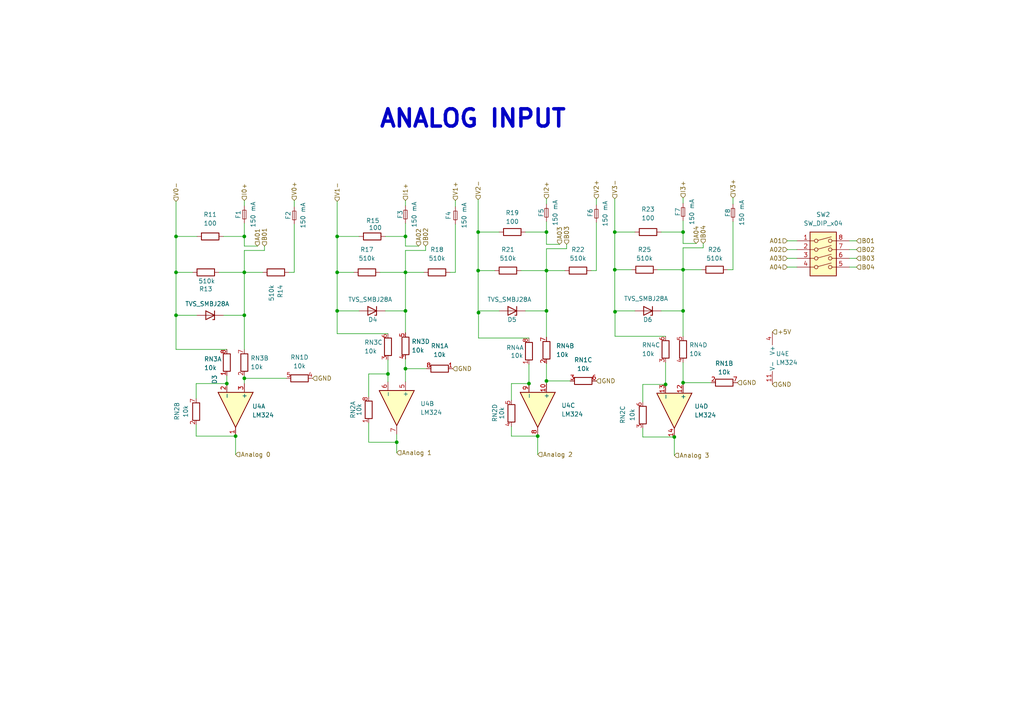
<source format=kicad_sch>
(kicad_sch (version 20231120) (generator "eeschema") (generator_version "8.0")
  (paper "A4")
  (title_block (title "IoT Node") (date "2026-01-28") (rev "V3") (company "PT. MEDION FARMA JAYA") (comment 1 "DESAIN @DMSRAGAA") (comment 2 "INSTITUT TEKNOLOGI SEPULUH NOPEMBER"))
  (lib_symbols
    (symbol "Amplifier_Operational:LM324" (pin_names (offset 0.127))
      (property "Reference" "U" (at 0 5.08 0))
      (property "Value" "LM324" (at 0 -5.08 0))
      (symbol "LM324_1_1"
        (polyline (pts (xy -5.08 5.08) (xy 5.08 0) (xy -5.08 -5.08) (xy -5.08 5.08)) (stroke (width 0.254)) (fill (type background)))
        (pin output line (at 7.62 0 180) (length 2.54) (name "~") (number "1"))
        (pin input line (at -7.62 -2.54 0) (length 2.54) (name "-") (number "2"))
        (pin input line (at -7.62 2.54 0) (length 2.54) (name "+") (number "3"))
      )
      (symbol "LM324_2_1"
        (polyline (pts (xy -5.08 5.08) (xy 5.08 0) (xy -5.08 -5.08) (xy -5.08 5.08)) (stroke (width 0.254)) (fill (type background)))
        (pin input line (at -7.62 2.54 0) (length 2.54) (name "+") (number "5"))
        (pin input line (at -7.62 -2.54 0) (length 2.54) (name "-") (number "6"))
        (pin output line (at 7.62 0 180) (length 2.54) (name "~") (number "7"))
      )
      (symbol "LM324_3_1"
        (polyline (pts (xy -5.08 5.08) (xy 5.08 0) (xy -5.08 -5.08) (xy -5.08 5.08)) (stroke (width 0.254)) (fill (type background)))
        (pin input line (at -7.62 2.54 0) (length 2.54) (name "+") (number "10"))
        (pin output line (at 7.62 0 180) (length 2.54) (name "~") (number "8"))
        (pin input line (at -7.62 -2.54 0) (length 2.54) (name "-") (number "9"))
      )
      (symbol "LM324_4_1"
        (polyline (pts (xy -5.08 5.08) (xy 5.08 0) (xy -5.08 -5.08) (xy -5.08 5.08)) (stroke (width 0.254)) (fill (type background)))
        (pin input line (at -7.62 2.54 0) (length 2.54) (name "+") (number "12"))
        (pin input line (at -7.62 -2.54 0) (length 2.54) (name "-") (number "13"))
        (pin output line (at 7.62 0 180) (length 2.54) (name "~") (number "14"))
      )
      (symbol "LM324_5_1"
        (pin power_in line (at -2.54 -7.62 90) (length 3.81) (name "V-") (number "11"))
        (pin power_in line (at -2.54 7.62 270) (length 3.81) (name "V+") (number "4"))
      )
    )
    (symbol "Device:D_Zener" (pin_numbers hide) (pin_names (offset 1.016) hide)
      (property "Reference" "D" (at 0 2.54 0))
      (property "Value" "D_Zener" (at 0 -2.54 0))
      (symbol "D_Zener_0_1"
        (polyline (pts (xy 1.27 0) (xy -1.27 0)))
        (polyline (pts (xy -1.27 -1.27) (xy -1.27 1.27) (xy -0.762 1.27)) (stroke (width 0.254)))
        (polyline (pts (xy 1.27 -1.27) (xy 1.27 1.27) (xy -1.27 0) (xy 1.27 -1.27)) (stroke (width 0.254)))
      )
      (symbol "D_Zener_1_1"
        (pin passive line (at -3.81 0 0) (length 2.54) (name "K") (number "1"))
        (pin passive line (at 3.81 0 180) (length 2.54) (name "A") (number "2"))
      )
    )
    (symbol "Device:Fuse_Small" (pin_numbers hide) (pin_names (offset 0.254) hide)
      (property "Reference" "F" (at 0 -1.524 0))
      (property "Value" "Fuse_Small" (at 0 1.524 0))
      (symbol "Fuse_Small_0_1"
        (rectangle (start -1.27 0.508) (end 1.27 -0.508))
        (polyline (pts (xy -1.27 0) (xy 1.27 0)))
      )
      (symbol "Fuse_Small_1_1"
        (pin passive line (at -2.54 0 0) (length 1.27) (name "~") (number "1"))
        (pin passive line (at 2.54 0 180) (length 1.27) (name "~") (number "2"))
      )
    )
    (symbol "Device:R" (pin_numbers hide) (pin_names (offset 0))
      (property "Reference" "R" (at 2.032 0 90))
      (property "Value" "R" (at 0 0 90))
      (symbol "R_0_1"
        (rectangle (start -1.016 -2.54) (end 1.016 2.54) (stroke (width 0.254)))
      )
      (symbol "R_1_1"
        (pin passive line (at 0 3.81 270) (length 1.27) (name "~") (number "1"))
        (pin passive line (at 0 -3.81 90) (length 1.27) (name "~") (number "2"))
      )
    )
    (symbol "Device:R_Pack04_Split" (pin_names (offset 0) hide)
      (property "Reference" "RN" (at 2.032 0 90))
      (property "Value" "R_Pack04_Split" (at 0 0 90))
      (symbol "R_Pack04_Split_0_1"
        (rectangle (start 1.016 2.54) (end -1.016 -2.54) (stroke (width 0.254)))
      )
      (symbol "R_Pack04_Split_1_1"
        (pin passive line (at 0 -3.81 90) (length 1.27) (name "R1.1") (number "1"))
        (pin passive line (at 0 3.81 270) (length 1.27) (name "R1.2") (number "8"))
      )
      (symbol "R_Pack04_Split_2_1"
        (pin passive line (at 0 -3.81 90) (length 1.27) (name "R2.1") (number "2"))
        (pin passive line (at 0 3.81 270) (length 1.27) (name "R2.2") (number "7"))
      )
      (symbol "R_Pack04_Split_3_1"
        (pin passive line (at 0 -3.81 90) (length 1.27) (name "R3.1") (number "3"))
        (pin passive line (at 0 3.81 270) (length 1.27) (name "R3.2") (number "6"))
      )
      (symbol "R_Pack04_Split_4_1"
        (pin passive line (at 0 -3.81 90) (length 1.27) (name "R4.1") (number "4"))
        (pin passive line (at 0 3.81 270) (length 1.27) (name "R4.2") (number "5"))
      )
    )
    (symbol "Switch:SW_DIP_x04" (pin_names (offset 0) hide)
      (property "Reference" "SW" (at 0 8.89 0))
      (property "Value" "SW_DIP_x04" (at 0 -6.35 0))
      (symbol "SW_DIP_x04_0_0"
        (circle (center -2.032 -2.54) (radius 0.508))
        (circle (center -2.032 0) (radius 0.508))
        (circle (center -2.032 2.54) (radius 0.508))
        (circle (center -2.032 5.08) (radius 0.508))
        (polyline (pts (xy -1.524 -2.3876) (xy 2.3622 -1.3462)))
        (polyline (pts (xy -1.524 0.127) (xy 2.3622 1.1684)))
        (polyline (pts (xy -1.524 2.667) (xy 2.3622 3.7084)))
        (polyline (pts (xy -1.524 5.207) (xy 2.3622 6.2484)))
        (circle (center 2.032 -2.54) (radius 0.508))
        (circle (center 2.032 0) (radius 0.508))
        (circle (center 2.032 2.54) (radius 0.508))
        (circle (center 2.032 5.08) (radius 0.508))
      )
      (symbol "SW_DIP_x04_0_1"
        (rectangle (start -3.81 7.62) (end 3.81 -5.08) (stroke (width 0.254)) (fill (type background)))
      )
      (symbol "SW_DIP_x04_1_1"
        (pin passive line (at -7.62 5.08 0) (length 5.08) (name "~") (number "1"))
        (pin passive line (at -7.62 2.54 0) (length 5.08) (name "~") (number "2"))
        (pin passive line (at -7.62 0 0) (length 5.08) (name "~") (number "3"))
        (pin passive line (at -7.62 -2.54 0) (length 5.08) (name "~") (number "4"))
        (pin passive line (at 7.62 -2.54 180) (length 5.08) (name "~") (number "5"))
        (pin passive line (at 7.62 0 180) (length 5.08) (name "~") (number "6"))
        (pin passive line (at 7.62 2.54 180) (length 5.08) (name "~") (number "7"))
        (pin passive line (at 7.62 5.08 180) (length 5.08) (name "~") (number "8"))
      )
    )
  )
  (junction (at 158.496 90.17))
  (junction (at 51.054 68.58))
  (junction (at 198.12 90.17))
  (junction (at 97.79 68.58))
  (junction (at 155.956 126.492))
  (junction (at 117.602 68.58))
  (junction (at 117.602 106.934))
  (junction (at 117.602 90.17))
  (junction (at 158.496 67.31))
  (junction (at 198.12 110.998))
  (junction (at 51.054 91.44))
  (junction (at 51.054 78.994))
  (junction (at 198.12 78.232))
  (junction (at 158.496 110.49))
  (junction (at 97.79 90.17))
  (junction (at 138.684 78.486))
  (junction (at 65.786 111.252))
  (junction (at 153.416 111.252))
  (junction (at 195.58 126.746))
  (junction (at 70.866 109.728))
  (junction (at 97.79 78.994))
  (junction (at 115.062 128.27))
  (junction (at 70.866 78.994))
  (junction (at 68.326 126.492))
  (junction (at 193.04 111.506))
  (junction (at 112.522 108.458))
  (junction (at 138.7878 90.678))
  (junction (at 158.496 78.486))
  (junction (at 178.308 78.232))
  (junction (at 198.12 67.31))
  (junction (at 70.866 91.44))
  (junction (at 70.866 68.58))
  (junction (at 138.684 67.31))
  (junction (at 178.308 67.31))
  (junction (at 117.602 78.994))
  (junction (at 178.3817 90.424))
  (wire (pts (xy 191.77 67.31) (xy 198.12 67.31)))
  (wire (pts (xy 195.58 126.746) (xy 195.58 132.08)))
  (wire (pts (xy 178.3817 90.17) (xy 178.3817 90.424)))
  (wire (pts (xy 212.598 57.404) (xy 212.598 59.182)))
  (wire (pts (xy 178.3817 97.536) (xy 178.3817 90.424)))
  (wire (pts (xy 158.496 105.41) (xy 158.496 110.49)))
  (wire (pts (xy 158.496 67.31) (xy 158.496 70.866)))
  (wire (pts (xy 248.412 77.47) (xy 246.38 77.47)))
  (wire (pts (xy 164.338 70.866) (xy 164.338 72.136)))
  (wire (pts (xy 148.336 111.252) (xy 153.416 111.252)))
  (wire (pts (xy 97.79 90.17) (xy 97.79 78.994)))
  (wire (pts (xy 212.598 64.262) (xy 212.598 78.232)))
  (wire (pts (xy 138.684 90.678) (xy 138.684 78.486)))
  (wire (pts (xy 121.412 71.374) (xy 117.602 71.374)))
  (wire (pts (xy 143.51 78.486) (xy 138.684 78.486)))
  (wire (pts (xy 198.12 67.31) (xy 198.12 70.612)))
  (wire (pts (xy 158.496 57.658) (xy 158.496 59.182)))
  (wire (pts (xy 51.054 58.42) (xy 51.054 68.58)))
  (wire (pts (xy 76.708 72.644) (xy 70.866 72.644)))
  (wire (pts (xy 158.496 90.17) (xy 158.496 97.79)))
  (wire (pts (xy 158.496 111.252) (xy 158.496 110.49)))
  (wire (pts (xy 186.436 116.586) (xy 186.436 111.506)))
  (wire (pts (xy 117.602 72.644) (xy 117.602 78.994)))
  (wire (pts (xy 138.7878 90.17) (xy 138.7878 90.678)))
  (wire (pts (xy 198.12 67.31) (xy 198.12 64.008)))
  (wire (pts (xy 155.956 126.492) (xy 155.956 131.826)))
  (wire (pts (xy 97.79 90.17) (xy 97.79 96.774)))
  (wire (pts (xy 158.496 72.136) (xy 158.496 78.486)))
  (wire (pts (xy 228.346 74.93) (xy 231.14 74.93)))
  (wire (pts (xy 56.896 115.57) (xy 56.896 111.252)))
  (wire (pts (xy 76.2 78.994) (xy 70.866 78.994)))
  (wire (pts (xy 85.344 78.994) (xy 83.82 78.994)))
  (wire (pts (xy 51.054 101.346) (xy 51.054 91.44)))
  (wire (pts (xy 123.444 72.644) (xy 117.602 72.644)))
  (wire (pts (xy 153.416 105.664) (xy 153.416 111.252)))
  (wire (pts (xy 57.15 91.44) (xy 51.054 91.44)))
  (wire (pts (xy 117.602 58.166) (xy 117.602 59.69)))
  (wire (pts (xy 178.3817 90.424) (xy 178.308 90.424)))
  (wire (pts (xy 198.12 110.998) (xy 206.248 110.998)))
  (wire (pts (xy 123.444 71.374) (xy 123.444 72.644)))
  (wire (pts (xy 65.786 101.346) (xy 51.054 101.346)))
  (wire (pts (xy 85.344 65.024) (xy 85.344 78.994)))
  (wire (pts (xy 164.338 72.136) (xy 158.496 72.136)))
  (wire (pts (xy 64.77 68.58) (xy 70.866 68.58)))
  (wire (pts (xy 117.602 78.994) (xy 117.602 90.17)))
  (wire (pts (xy 132.08 65.024) (xy 132.08 78.994)))
  (wire (pts (xy 138.684 67.31) (xy 138.684 78.486)))
  (wire (pts (xy 132.08 58.166) (xy 132.08 59.944)))
  (wire (pts (xy 111.76 68.58) (xy 117.602 68.58)))
  (wire (pts (xy 70.866 78.994) (xy 63.5 78.994)))
  (wire (pts (xy 83.058 109.728) (xy 70.866 109.728)))
  (wire (pts (xy 132.08 78.994) (xy 130.556 78.994)))
  (wire (pts (xy 51.054 68.58) (xy 51.054 78.994)))
  (wire (pts (xy 201.93 70.612) (xy 198.12 70.612)))
  (wire (pts (xy 112.522 110.744) (xy 112.522 108.458)))
  (wire (pts (xy 123.698 106.934) (xy 117.602 106.934)))
  (wire (pts (xy 122.936 78.994) (xy 117.602 78.994)))
  (wire (pts (xy 70.866 91.44) (xy 70.866 101.346)))
  (wire (pts (xy 193.04 97.536) (xy 178.3817 97.536)))
  (wire (pts (xy 144.78 90.17) (xy 138.7878 90.17)))
  (wire (pts (xy 112.522 104.394) (xy 112.522 108.458)))
  (wire (pts (xy 203.962 71.882) (xy 198.12 71.882)))
  (wire (pts (xy 248.412 74.93) (xy 246.38 74.93)))
  (wire (pts (xy 158.496 67.31) (xy 158.496 64.262)))
  (wire (pts (xy 70.866 108.966) (xy 70.866 109.728)))
  (wire (pts (xy 184.15 67.31) (xy 178.308 67.31)))
  (wire (pts (xy 212.598 78.232) (xy 211.074 78.232)))
  (wire (pts (xy 248.412 69.85) (xy 246.38 69.85)))
  (wire (pts (xy 57.15 68.58) (xy 51.054 68.58)))
  (wire (pts (xy 172.974 64.516) (xy 172.974 78.486)))
  (wire (pts (xy 56.896 111.252) (xy 65.786 111.252)))
  (wire (pts (xy 198.12 78.232) (xy 190.754 78.232)))
  (wire (pts (xy 228.346 72.39) (xy 231.14 72.39)))
  (wire (pts (xy 158.496 67.31) (xy 152.4 67.31)))
  (wire (pts (xy 198.12 78.232) (xy 198.12 90.17)))
  (wire (pts (xy 198.12 111.506) (xy 198.12 110.998)))
  (wire (pts (xy 172.974 57.658) (xy 172.974 59.436)))
  (wire (pts (xy 106.934 108.458) (xy 106.934 115.062)))
  (wire (pts (xy 56.896 126.492) (xy 68.326 126.492)))
  (wire (pts (xy 70.866 91.44) (xy 64.77 91.44)))
  (wire (pts (xy 97.79 58.42) (xy 97.79 68.58)))
  (wire (pts (xy 228.346 77.47) (xy 231.14 77.47)))
  (wire (pts (xy 138.7878 90.678) (xy 138.684 90.678)))
  (wire (pts (xy 178.308 57.658) (xy 178.308 67.31)))
  (wire (pts (xy 178.308 67.31) (xy 178.308 78.232)))
  (wire (pts (xy 70.866 64.77) (xy 70.866 68.58)))
  (wire (pts (xy 198.12 57.404) (xy 198.12 58.928)))
  (wire (pts (xy 148.336 123.698) (xy 148.336 126.492)))
  (wire (pts (xy 198.12 90.17) (xy 198.12 97.536)))
  (wire (pts (xy 148.336 116.078) (xy 148.336 111.252)))
  (wire (pts (xy 203.454 78.232) (xy 198.12 78.232)))
  (wire (pts (xy 117.602 104.14) (xy 117.602 106.934)))
  (wire (pts (xy 138.684 57.912) (xy 138.684 67.31)))
  (wire (pts (xy 51.054 78.994) (xy 51.054 91.44)))
  (wire (pts (xy 178.308 90.424) (xy 178.308 78.232)))
  (wire (pts (xy 55.88 78.994) (xy 51.054 78.994)))
  (wire (pts (xy 70.866 78.994) (xy 70.866 91.44)))
  (wire (pts (xy 106.934 122.682) (xy 106.934 128.27)))
  (wire (pts (xy 97.79 68.58) (xy 97.79 78.994)))
  (wire (pts (xy 183.134 78.232) (xy 178.308 78.232)))
  (wire (pts (xy 153.416 98.044) (xy 138.7878 98.044)))
  (wire (pts (xy 70.866 72.644) (xy 70.866 78.994)))
  (wire (pts (xy 117.602 68.58) (xy 117.602 71.374)))
  (wire (pts (xy 198.12 71.882) (xy 198.12 78.232)))
  (wire (pts (xy 191.77 90.17) (xy 198.12 90.17)))
  (wire (pts (xy 186.436 111.506) (xy 193.04 111.506)))
  (wire (pts (xy 56.896 123.19) (xy 56.896 126.492)))
  (wire (pts (xy 138.7878 98.044) (xy 138.7878 90.678)))
  (wire (pts (xy 186.436 126.746) (xy 195.58 126.746)))
  (wire (pts (xy 162.306 70.866) (xy 158.496 70.866)))
  (wire (pts (xy 65.786 108.966) (xy 65.786 111.252)))
  (wire (pts (xy 115.062 128.27) (xy 115.062 131.318)))
  (wire (pts (xy 85.344 58.166) (xy 85.344 59.944)))
  (wire (pts (xy 144.78 67.31) (xy 138.684 67.31)))
  (wire (pts (xy 172.974 78.486) (xy 171.45 78.486)))
  (wire (pts (xy 70.866 58.166) (xy 70.866 59.69)))
  (wire (pts (xy 184.15 90.17) (xy 178.3817 90.17)))
  (wire (pts (xy 74.676 71.374) (xy 70.866 71.374)))
  (wire (pts (xy 158.496 110.49) (xy 165.354 110.49)))
  (wire (pts (xy 112.522 96.774) (xy 97.79 96.774)))
  (wire (pts (xy 148.336 126.492) (xy 155.956 126.492)))
  (wire (pts (xy 76.708 71.374) (xy 76.708 72.644)))
  (wire (pts (xy 163.83 78.486) (xy 158.496 78.486)))
  (wire (pts (xy 158.496 78.486) (xy 158.496 90.17)))
  (wire (pts (xy 117.602 90.17) (xy 117.602 96.52)))
  (wire (pts (xy 248.412 72.39) (xy 246.38 72.39)))
  (wire (pts (xy 112.522 108.458) (xy 106.934 108.458)))
  (wire (pts (xy 228.346 69.85) (xy 231.14 69.85)))
  (wire (pts (xy 68.326 126.492) (xy 68.326 131.826)))
  (wire (pts (xy 70.866 68.58) (xy 70.866 71.374)))
  (wire (pts (xy 117.602 106.934) (xy 117.602 110.744)))
  (wire (pts (xy 117.602 78.994) (xy 110.236 78.994)))
  (wire (pts (xy 106.934 128.27) (xy 115.062 128.27)))
  (wire (pts (xy 70.866 109.728) (xy 70.866 111.252)))
  (wire (pts (xy 203.962 70.612) (xy 203.962 71.882)))
  (wire (pts (xy 117.602 90.17) (xy 111.76 90.17)))
  (wire (pts (xy 158.496 90.17) (xy 152.4 90.17)))
  (wire (pts (xy 193.04 105.156) (xy 193.04 111.506)))
  (wire (pts (xy 115.062 128.27) (xy 115.062 125.984)))
  (wire (pts (xy 117.602 64.77) (xy 117.602 68.58)))
  (wire (pts (xy 104.14 68.58) (xy 97.79 68.58)))
  (wire (pts (xy 102.616 78.994) (xy 97.79 78.994)))
  (wire (pts (xy 104.14 90.17) (xy 97.79 90.17)))
  (wire (pts (xy 186.436 124.206) (xy 186.436 126.746)))
  (wire (pts (xy 158.496 78.486) (xy 151.13 78.486)))
  (wire (pts (xy 198.12 105.156) (xy 198.12 110.998)))
  (text "ANALOG INPUT" (at 137.16 34.544 0) (effects (font (size 5 5) (thickness 1) (bold yes))))
  (hierarchical_label "V3+" (shape input) (at 212.598 57.404 90))
  (hierarchical_label "B02" (shape input) (at 123.444 71.374 90))
  (hierarchical_label "A01" (shape input) (at 74.676 71.374 90))
  (hierarchical_label "B01" (shape input) (at 76.708 71.374 90))
  (hierarchical_label "A04" (shape input) (at 201.93 70.612 90))
  (hierarchical_label "B04" (shape input) (at 203.962 70.612 90))
  (hierarchical_label "A02" (shape input) (at 121.412 71.374 90))
  (hierarchical_label "A04" (shape input) (at 228.346 77.47 180))
  (hierarchical_label "GND" (shape input) (at 131.318 106.934 0))
  (hierarchical_label "GND" (shape input) (at 213.868 110.998 0))
  (hierarchical_label "V1-" (shape input) (at 97.79 58.42 90))
  (hierarchical_label "GND" (shape input) (at 90.678 109.728 0))
  (hierarchical_label "I2+" (shape input) (at 158.496 57.658 90))
  (hierarchical_label "Analog 3" (shape input) (at 195.58 132.08 0))
  (hierarchical_label "GND" (shape input) (at 224.028 111.506 0))
  (hierarchical_label "B01" (shape input) (at 248.412 69.85 0))
  (hierarchical_label "I0+" (shape input) (at 70.866 58.166 90))
  (hierarchical_label "V0-" (shape input) (at 51.054 58.42 90))
  (hierarchical_label "+5V" (shape input) (at 224.028 96.266 0))
  (hierarchical_label "B03" (shape input) (at 248.412 74.93 0))
  (hierarchical_label "V3-" (shape input) (at 178.308 57.658 90))
  (hierarchical_label "A03" (shape input) (at 228.346 74.93 180))
  (hierarchical_label "B04" (shape input) (at 248.412 77.47 0))
  (hierarchical_label "A02" (shape input) (at 228.346 72.39 180))
  (hierarchical_label "I1+" (shape input) (at 117.602 58.166 90))
  (hierarchical_label "Analog 0" (shape input) (at 68.326 131.826 0))
  (hierarchical_label "V1+" (shape input) (at 132.08 58.166 90))
  (hierarchical_label "B03" (shape input) (at 164.338 70.866 90))
  (hierarchical_label "V2+" (shape input) (at 172.974 57.658 90))
  (hierarchical_label "A03" (shape input) (at 162.306 70.866 90))
  (hierarchical_label "V0+" (shape input) (at 85.344 58.166 90))
  (hierarchical_label "V2-" (shape input) (at 138.684 57.912 90))
  (hierarchical_label "Analog 2" (shape input) (at 155.956 131.826 0))
  (hierarchical_label "B02" (shape input) (at 248.412 72.39 0))
  (hierarchical_label "I3+" (shape input) (at 198.12 57.404 90))
  (hierarchical_label "Analog 1" (shape input) (at 115.062 131.318 0))
  (hierarchical_label "GND" (shape input) (at 172.974 110.49 0))
  (hierarchical_label "A01" (shape input) (at 228.346 69.85 180))
  (symbol (lib_id "Device:R_Pack04_Split") (at 193.04 101.346 0) (unit 3)
    (property "Reference" "RN4" (at 186.182 100.076 0) (effects (justify left)))
    (property "Value" "10k" (at 186.182 102.616 0) (effects (justify left)))
    (property "Footprint" "Resistor_SMD:R_Array_Convex_4x0603" (effects (hide yes)))
    (property "Description" "4 resistor network, parallel topology, split" (effects (hide yes)))
  )
  (symbol (lib_id "Device:R_Pack04_Split") (at 158.496 101.6 0) (unit 2)
    (property "Reference" "RN4" (at 161.29 100.3299 0) (effects (justify left)))
    (property "Value" "10k" (at 161.29 102.8699 0) (effects (justify left)))
    (property "Footprint" "Resistor_SMD:R_Array_Convex_4x0603" (effects (hide yes)))
    (property "Description" "4 resistor network, parallel topology, split" (effects (hide yes)))
  )
  (symbol (lib_id "Device:R") (at 207.264 78.232 90) (unit 1)
    (property "Reference" "R26" (at 207.264 72.39 90))
    (property "Value" "510k" (at 207.264 74.93 90))
    (property "Footprint" "Resistor_SMD:R_0805_2012Metric_Pad1.20x1.40mm_HandSolder" (effects (hide yes)))
    (property "Description" "Resistor" (effects (hide yes)))
    (property "LCSC" "C17733" (effects (hide yes)))
  )
  (symbol (lib_id "Device:R") (at 167.64 78.486 90) (unit 1)
    (property "Reference" "R22" (at 167.64 72.39 90))
    (property "Value" "510k" (at 167.64 74.93 90))
    (property "Footprint" "Resistor_SMD:R_0805_2012Metric_Pad1.20x1.40mm_HandSolder" (effects (hide yes)))
    (property "Description" "Resistor" (effects (hide yes)))
    (property "LCSC" "C17733" (effects (hide yes)))
  )
  (symbol (lib_id "Device:R") (at 147.32 78.486 90) (unit 1)
    (property "Reference" "R21" (at 147.32 72.39 90))
    (property "Value" "510k" (at 147.32 74.93 90))
    (property "Footprint" "Resistor_SMD:R_0805_2012Metric_Pad1.20x1.40mm_HandSolder" (effects (hide yes)))
    (property "Description" "Resistor" (effects (hide yes)))
    (property "LCSC" "C17733" (effects (hide yes)))
  )
  (symbol (lib_id "Amplifier_Operational:LM324") (at 68.326 118.872 270) (unit 1)
    (property "Reference" "U4" (at 73.152 117.856 90) (effects (justify left)))
    (property "Value" "LM324" (at 73.152 120.396 90) (effects (justify left)))
    (property "Footprint" "PCM_JLCPCB:SOIC-14_L8.7-W3.9-P1.27-LS6.0-BL" (effects (hide yes)))
    (property "Datasheet" "http://www.ti.com/lit/ds/symlink/lm2902-n.pdf" (effects (hide yes)))
    (property "Description" "Low-Power, Quad-Operational Amplifiers, DIP-14/SOIC-14/SSOP-14" (effects (hide yes)))
    (property "LCSC" "C7943" (effects (hide yes)))
  )
  (symbol (lib_id "Device:R_Pack04_Split") (at 169.164 110.49 270) (unit 3)
    (property "Reference" "RN1" (at 169.164 104.394 90))
    (property "Value" "10k" (at 169.164 106.934 90))
    (property "Footprint" "Resistor_SMD:R_Array_Convex_4x0603" (effects (hide yes)))
    (property "Description" "4 resistor network, parallel topology, split" (effects (hide yes)))
  )
  (symbol (lib_id "Device:D_Zener") (at 107.95 90.17 180) (unit 1)
    (property "Reference" "D4" (at 109.474 92.71 0) (effects (justify left)))
    (property "Value" "TVS_SMBJ28A" (at 113.792 86.868 0) (effects (justify left)))
    (property "Footprint" "Diode_SMD:D_SMB_Handsoldering" (effects (hide yes)))
    (property "Description" "Zener diode" (effects (hide yes)))
    (property "LCSC" "C113997" (effects (hide yes)))
  )
  (symbol (lib_id "Device:R_Pack04_Split") (at 86.868 109.728 90) (unit 4)
    (property "Reference" "RN1" (at 86.868 103.632 90))
    (property "Value" "10k" (at 86.868 106.172 90))
    (property "Footprint" "Resistor_SMD:R_Array_Convex_4x0603" (effects (hide yes)))
    (property "Description" "4 resistor network, parallel topology, split" (effects (hide yes)))
  )
  (symbol (lib_id "Device:R_Pack04_Split") (at 65.786 105.156 0) (unit 1)
    (property "Reference" "RN3" (at 59.182 104.14 0) (effects (justify left)))
    (property "Value" "10k" (at 59.182 106.68 0) (effects (justify left)))
    (property "Footprint" "Resistor_SMD:R_Array_Convex_4x0603" (effects (hide yes)))
    (property "Description" "4 resistor network, parallel topology, split" (effects (hide yes)))
  )
  (symbol (lib_id "Device:Fuse_Small") (at 212.598 61.722 270) (unit 1)
    (property "Reference" "F8" (at 211.074 61.722 0))
    (property "Value" "150 mA" (at 215.138 61.722 0))
    (property "Footprint" "Resistor_SMD:R_1206_3216Metric_Pad1.30x1.75mm_HandSolder" (effects (hide yes)))
    (property "Description" "Fuse, small symbol" (effects (hide yes)))
    (property "LCSC" "C20797" (effects (hide yes)))
  )
  (symbol (lib_id "Amplifier_Operational:LM324") (at 226.568 103.886 0) (unit 5)
    (property "Reference" "U4" (at 225.044 102.6159 0) (effects (justify left)))
    (property "Value" "LM324" (at 225.044 105.1559 0) (effects (justify left)))
    (property "Footprint" "PCM_JLCPCB:SOIC-14_L8.7-W3.9-P1.27-LS6.0-BL" (effects (hide yes)))
    (property "Datasheet" "http://www.ti.com/lit/ds/symlink/lm2902-n.pdf" (effects (hide yes)))
    (property "Description" "Low-Power, Quad-Operational Amplifiers, DIP-14/SOIC-14/SSOP-14" (effects (hide yes)))
    (property "LCSC" "C7943" (effects (hide yes)))
  )
  (symbol (lib_id "Device:Fuse_Small") (at 172.974 61.976 270) (unit 1)
    (property "Reference" "F6" (at 171.196 61.722 0))
    (property "Value" "150 mA" (at 175.514 61.976 0))
    (property "Footprint" "Resistor_SMD:R_1206_3216Metric_Pad1.30x1.75mm_HandSolder" (effects (hide yes)))
    (property "Description" "Fuse, small symbol" (effects (hide yes)))
    (property "LCSC" "C20797" (effects (hide yes)))
  )
  (symbol (lib_id "Device:R") (at 126.746 78.994 90) (unit 1)
    (property "Reference" "R18" (at 126.746 72.39 90))
    (property "Value" "510k" (at 126.746 74.93 90))
    (property "Footprint" "Resistor_SMD:R_0805_2012Metric_Pad1.20x1.40mm_HandSolder" (effects (hide yes)))
    (property "Description" "Resistor" (effects (hide yes)))
    (property "LCSC" "C17733" (effects (hide yes)))
  )
  (symbol (lib_id "Device:R_Pack04_Split") (at 117.602 100.33 0) (unit 4)
    (property "Reference" "RN3" (at 119.38 99.0599 0) (effects (justify left)))
    (property "Value" "10k" (at 119.38 101.5999 0) (effects (justify left)))
    (property "Footprint" "Resistor_SMD:R_Array_Convex_4x0603" (effects (hide yes)))
    (property "Description" "4 resistor network, parallel topology, split" (effects (hide yes)))
  )
  (symbol (lib_id "Device:R_Pack04_Split") (at 198.12 101.346 0) (unit 4)
    (property "Reference" "RN4" (at 199.898 100.0759 0) (effects (justify left)))
    (property "Value" "10k" (at 199.898 102.6159 0) (effects (justify left)))
    (property "Footprint" "Resistor_SMD:R_Array_Convex_4x0603" (effects (hide yes)))
    (property "Description" "4 resistor network, parallel topology, split" (effects (hide yes)))
  )
  (symbol (lib_id "Device:Fuse_Small") (at 85.344 62.484 270) (unit 1)
    (property "Reference" "F2" (at 83.566 62.484 0))
    (property "Value" "150 mA" (at 87.884 62.484 0))
    (property "Footprint" "Resistor_SMD:R_1206_3216Metric_Pad1.30x1.75mm_HandSolder" (effects (hide yes)))
    (property "Description" "Fuse, small symbol" (effects (hide yes)))
    (property "LCSC" "C20797" (effects (hide yes)))
  )
  (symbol (lib_id "Amplifier_Operational:LM324") (at 155.956 118.872 270) (unit 3)
    (property "Reference" "U4" (at 162.814 117.6019 90) (effects (justify left)))
    (property "Value" "LM324" (at 162.814 120.1419 90) (effects (justify left)))
    (property "Footprint" "PCM_JLCPCB:SOIC-14_L8.7-W3.9-P1.27-LS6.0-BL" (effects (hide yes)))
    (property "Datasheet" "http://www.ti.com/lit/ds/symlink/lm2902-n.pdf" (effects (hide yes)))
    (property "Description" "Low-Power, Quad-Operational Amplifiers, DIP-14/SOIC-14/SSOP-14" (effects (hide yes)))
    (property "LCSC" "C7943" (effects (hide yes)))
  )
  (symbol (lib_id "Device:R") (at 106.426 78.994 90) (unit 1)
    (property "Reference" "R17" (at 106.426 72.39 90))
    (property "Value" "510k" (at 106.426 74.93 90))
    (property "Footprint" "Resistor_SMD:R_0805_2012Metric_Pad1.20x1.40mm_HandSolder" (effects (hide yes)))
    (property "Description" "Resistor" (effects (hide yes)))
    (property "LCSC" "C17733" (effects (hide yes)))
  )
  (symbol (lib_id "Device:R") (at 107.95 68.58 90) (unit 1)
    (property "Reference" "R15" (at 106.172 64.008 90) (effects (justify right)))
    (property "Value" "100" (at 106.934 66.04 90) (effects (justify right)))
    (property "Footprint" "Resistor_SMD:R_0805_2012Metric_Pad1.20x1.40mm_HandSolder" (effects (hide yes)))
    (property "Description" "Resistor" (effects (hide yes)))
    (property "LCSC" "C2828765" (effects (hide yes)))
  )
  (symbol (lib_id "Device:D_Zener") (at 60.96 91.44 180) (unit 1)
    (property "Reference" "D3" (at 62.2301 108.712 90) (effects (justify left)))
    (property "Value" "TVS_SMBJ28A" (at 66.548 88.138 0) (effects (justify left)))
    (property "Footprint" "Diode_SMD:D_SMB_Handsoldering" (effects (hide yes)))
    (property "Description" "Zener diode" (effects (hide yes)))
    (property "LCSC" "C113997" (effects (hide yes)))
  )
  (symbol (lib_id "Device:R_Pack04_Split") (at 186.436 120.396 0) (unit 3)
    (property "Reference" "RN2" (at 180.594 122.936 90) (effects (justify left)))
    (property "Value" "10k" (at 183.388 122.174 90) (effects (justify left)))
    (property "Footprint" "Resistor_SMD:R_Array_Convex_4x0603" (effects (hide yes)))
    (property "Description" "4 resistor network, parallel topology, split" (effects (hide yes)))
  )
  (symbol (lib_id "Device:R_Pack04_Split") (at 70.866 105.156 0) (unit 2)
    (property "Reference" "RN3" (at 72.644 103.8859 0) (effects (justify left)))
    (property "Value" "10k" (at 72.644 106.4259 0) (effects (justify left)))
    (property "Footprint" "Resistor_SMD:R_Array_Convex_4x0603" (effects (hide yes)))
    (property "Description" "4 resistor network, parallel topology, split" (effects (hide yes)))
  )
  (symbol (lib_id "Device:R") (at 80.01 78.994 90) (unit 1)
    (property "Reference" "R14" (at 81.2801 82.55 0) (effects (justify right)))
    (property "Value" "510k" (at 78.7401 82.55 0) (effects (justify right)))
    (property "Footprint" "Resistor_SMD:R_0805_2012Metric_Pad1.20x1.40mm_HandSolder" (effects (hide yes)))
    (property "Description" "Resistor" (effects (hide yes)))
    (property "LCSC" "C17733" (effects (hide yes)))
  )
  (symbol (lib_id "Device:R") (at 186.944 78.232 90) (unit 1)
    (property "Reference" "R25" (at 186.944 72.39 90))
    (property "Value" "510k" (at 186.944 74.93 90))
    (property "Footprint" "Resistor_SMD:R_0805_2012Metric_Pad1.20x1.40mm_HandSolder" (effects (hide yes)))
    (property "Description" "Resistor" (effects (hide yes)))
    (property "LCSC" "C17733" (effects (hide yes)))
  )
  (symbol (lib_id "Device:Fuse_Small") (at 117.602 62.23 270) (unit 1)
    (property "Reference" "F3" (at 116.078 62.23 0))
    (property "Value" "150 mA" (at 120.142 62.23 0))
    (property "Footprint" "Resistor_SMD:R_1206_3216Metric_Pad1.30x1.75mm_HandSolder" (effects (hide yes)))
    (property "Description" "Fuse, small symbol" (effects (hide yes)))
    (property "LCSC" "C20797" (effects (hide yes)))
  )
  (symbol (lib_id "Amplifier_Operational:LM324") (at 195.58 119.126 270) (unit 4)
    (property "Reference" "U4" (at 201.422 117.8559 90) (effects (justify left)))
    (property "Value" "LM324" (at 201.422 120.3959 90) (effects (justify left)))
    (property "Footprint" "PCM_JLCPCB:SOIC-14_L8.7-W3.9-P1.27-LS6.0-BL" (effects (hide yes)))
    (property "Datasheet" "http://www.ti.com/lit/ds/symlink/lm2902-n.pdf" (effects (hide yes)))
    (property "Description" "Low-Power, Quad-Operational Amplifiers, DIP-14/SOIC-14/SSOP-14" (effects (hide yes)))
    (property "LCSC" "C7943" (effects (hide yes)))
  )
  (symbol (lib_id "Device:Fuse_Small") (at 70.866 62.23 270) (unit 1)
    (property "Reference" "F1" (at 69.088 62.23 0))
    (property "Value" "150 mA" (at 73.406 62.23 0))
    (property "Footprint" "Resistor_SMD:R_1206_3216Metric_Pad1.30x1.75mm_HandSolder" (effects (hide yes)))
    (property "Description" "Fuse, small symbol" (effects (hide yes)))
    (property "LCSC" "C20797" (effects (hide yes)))
  )
  (symbol (lib_id "Device:R") (at 60.96 68.58 90) (unit 1)
    (property "Reference" "R11" (at 60.96 62.23 90))
    (property "Value" "100" (at 60.96 64.77 90))
    (property "Footprint" "Resistor_SMD:R_0805_2012Metric_Pad1.20x1.40mm_HandSolder" (effects (hide yes)))
    (property "Description" "Resistor" (effects (hide yes)))
    (property "LCSC" "C2828765" (effects (hide yes)))
  )
  (symbol (lib_id "Device:R_Pack04_Split") (at 112.522 100.584 0) (unit 3)
    (property "Reference" "RN3" (at 105.664 99.314 0) (effects (justify left)))
    (property "Value" "10k" (at 105.664 101.854 0) (effects (justify left)))
    (property "Footprint" "Resistor_SMD:R_Array_Convex_4x0603" (effects (hide yes)))
    (property "Description" "4 resistor network, parallel topology, split" (effects (hide yes)))
  )
  (symbol (lib_id "Device:R") (at 59.69 78.994 90) (unit 1)
    (property "Reference" "R13" (at 59.69 83.82 90))
    (property "Value" "510k" (at 59.944 81.534 90))
    (property "Footprint" "Resistor_SMD:R_0805_2012Metric_Pad1.20x1.40mm_HandSolder" (effects (hide yes)))
    (property "Description" "Resistor" (effects (hide yes)))
    (property "LCSC" "C17733" (effects (hide yes)))
  )
  (symbol (lib_id "Device:R_Pack04_Split") (at 127.508 106.934 90) (unit 1)
    (property "Reference" "RN1" (at 127.508 100.33 90))
    (property "Value" "10k" (at 127.508 102.87 90))
    (property "Footprint" "Resistor_SMD:R_Array_Convex_4x0603" (effects (hide yes)))
    (property "Description" "4 resistor network, parallel topology, split" (effects (hide yes)))
  )
  (symbol (lib_id "Device:Fuse_Small") (at 132.08 62.484 270) (unit 1)
    (property "Reference" "F4" (at 130.048 62.484 0))
    (property "Value" "150 mA" (at 134.62 62.484 0))
    (property "Footprint" "Resistor_SMD:R_1206_3216Metric_Pad1.30x1.75mm_HandSolder" (effects (hide yes)))
    (property "Description" "Fuse, small symbol" (effects (hide yes)))
    (property "LCSC" "C20797" (effects (hide yes)))
  )
  (symbol (lib_id "Device:D_Zener") (at 187.96 90.17 180) (unit 1)
    (property "Reference" "D6" (at 189.2301 92.71 0) (effects (justify left)))
    (property "Value" "TVS_SMBJ28A" (at 193.802 86.614 0) (effects (justify left)))
    (property "Footprint" "Diode_SMD:D_SMB_Handsoldering" (effects (hide yes)))
    (property "Description" "Zener diode" (effects (hide yes)))
    (property "LCSC" "C113997" (effects (hide yes)))
  )
  (symbol (lib_id "Device:D_Zener") (at 148.59 90.17 180) (unit 1)
    (property "Reference" "D5" (at 149.8601 92.71 0) (effects (justify left)))
    (property "Value" "TVS_SMBJ28A" (at 154.178 86.868 0) (effects (justify left)))
    (property "Footprint" "Diode_SMD:D_SMB_Handsoldering" (effects (hide yes)))
    (property "Description" "Zener diode" (effects (hide yes)))
    (property "LCSC" "C113997" (effects (hide yes)))
  )
  (symbol (lib_id "Device:R_Pack04_Split") (at 106.934 118.872 0) (unit 1)
    (property "Reference" "RN2" (at 102.362 121.412 90) (effects (justify left)))
    (property "Value" "10k" (at 104.14 120.65 90) (effects (justify left)))
    (property "Footprint" "Resistor_SMD:R_Array_Convex_4x0603" (effects (hide yes)))
    (property "Description" "4 resistor network, parallel topology, split" (effects (hide yes)))
  )
  (symbol (lib_id "Device:R") (at 148.59 67.31 90) (unit 1)
    (property "Reference" "R19" (at 148.59 61.722 90))
    (property "Value" "100" (at 148.59 64.262 90))
    (property "Footprint" "Resistor_SMD:R_0805_2012Metric_Pad1.20x1.40mm_HandSolder" (effects (hide yes)))
    (property "Description" "Resistor" (effects (hide yes)))
    (property "LCSC" "C2828765" (effects (hide yes)))
  )
  (symbol (lib_id "Switch:SW_DIP_x04") (at 238.76 74.93 0) (unit 1)
    (property "Reference" "SW2" (at 238.76 62.23 0))
    (property "Value" "SW_DIP_x04" (at 238.76 64.77 0))
    (property "Footprint" "Button_Switch_THT:SW_DIP_SPSTx04_Slide_6.7x11.72mm_W7.62mm_P2.54mm_LowProfile" (effects (hide yes)))
    (property "Description" "4x DIP Switch, Single Pole Single Throw (SPST) switch, small symbol" (effects (hide yes)))
    (property "LCSC" "C840579" (effects (hide yes)))
  )
  (symbol (lib_id "Device:R_Pack04_Split") (at 56.896 119.38 0) (unit 2)
    (property "Reference" "RN2" (at 51.308 121.92 90) (effects (justify left)))
    (property "Value" "10k" (at 53.848 121.158 90) (effects (justify left)))
    (property "Footprint" "Resistor_SMD:R_Array_Convex_4x0603" (effects (hide yes)))
    (property "Description" "4 resistor network, parallel topology, split" (effects (hide yes)))
  )
  (symbol (lib_id "Amplifier_Operational:LM324") (at 115.062 118.364 270) (unit 2)
    (property "Reference" "U4" (at 121.92 117.0939 90) (effects (justify left)))
    (property "Value" "LM324" (at 121.92 119.6339 90) (effects (justify left)))
    (property "Footprint" "PCM_JLCPCB:SOIC-14_L8.7-W3.9-P1.27-LS6.0-BL" (effects (hide yes)))
    (property "Datasheet" "http://www.ti.com/lit/ds/symlink/lm2902-n.pdf" (effects (hide yes)))
    (property "Description" "Low-Power, Quad-Operational Amplifiers, DIP-14/SOIC-14/SSOP-14" (effects (hide yes)))
    (property "LCSC" "C7943" (effects (hide yes)))
  )
  (symbol (lib_id "Device:R_Pack04_Split") (at 148.336 119.888 0) (unit 4)
    (property "Reference" "RN2" (at 143.51 122.428 90) (effects (justify left)))
    (property "Value" "10k" (at 145.542 121.666 90) (effects (justify left)))
    (property "Footprint" "Resistor_SMD:R_Array_Convex_4x0603" (effects (hide yes)))
    (property "Description" "4 resistor network, parallel topology, split" (effects (hide yes)))
  )
  (symbol (lib_id "Device:R_Pack04_Split") (at 153.416 101.854 0) (unit 1)
    (property "Reference" "RN4" (at 146.812 100.838 0) (effects (justify left)))
    (property "Value" "10k" (at 148.082 103.124 0) (effects (justify left)))
    (property "Footprint" "Resistor_SMD:R_Array_Convex_4x0603" (effects (hide yes)))
    (property "Description" "4 resistor network, parallel topology, split" (effects (hide yes)))
  )
  (symbol (lib_id "Device:R") (at 187.96 67.31 90) (unit 1)
    (property "Reference" "R23" (at 187.96 60.706 90))
    (property "Value" "100" (at 187.96 63.246 90))
    (property "Footprint" "Resistor_SMD:R_0805_2012Metric_Pad1.20x1.40mm_HandSolder" (effects (hide yes)))
    (property "Description" "Resistor" (effects (hide yes)))
    (property "LCSC" "C2828765" (effects (hide yes)))
  )
  (symbol (lib_id "Device:Fuse_Small") (at 198.12 61.468 270) (unit 1)
    (property "Reference" "F7" (at 196.596 61.468 0))
    (property "Value" "150 mA" (at 200.66 61.468 0))
    (property "Footprint" "Resistor_SMD:R_1206_3216Metric_Pad1.30x1.75mm_HandSolder" (effects (hide yes)))
    (property "Description" "Fuse, small symbol" (effects (hide yes)))
    (property "LCSC" "C20797" (effects (hide yes)))
  )
  (symbol (lib_id "Device:Fuse_Small") (at 158.496 61.722 270) (unit 1)
    (property "Reference" "F5" (at 156.972 61.722 0))
    (property "Value" "150 mA" (at 161.036 61.722 0))
    (property "Footprint" "Resistor_SMD:R_1206_3216Metric_Pad1.30x1.75mm_HandSolder" (effects (hide yes)))
    (property "Description" "Fuse, small symbol" (effects (hide yes)))
    (property "LCSC" "C20797" (effects (hide yes)))
  )
  (symbol (lib_id "Device:R_Pack04_Split") (at 210.058 110.998 270) (unit 2)
    (property "Reference" "RN1" (at 210.058 105.41 90))
    (property "Value" "10k" (at 210.058 107.95 90))
    (property "Footprint" "Resistor_SMD:R_Array_Convex_4x0603" (effects (hide yes)))
    (property "Description" "4 resistor network, parallel topology, split" (effects (hide yes)))
  )
)
</source>
